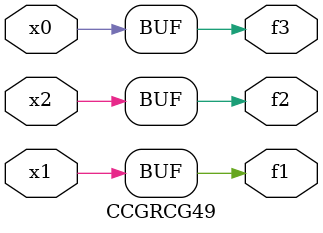
<source format=v>
module CCGRCG49(
	input x0, x1, x2,
	output f1, f2, f3
);
	assign f1 = x1;
	assign f2 = x2;
	assign f3 = x0;
endmodule

</source>
